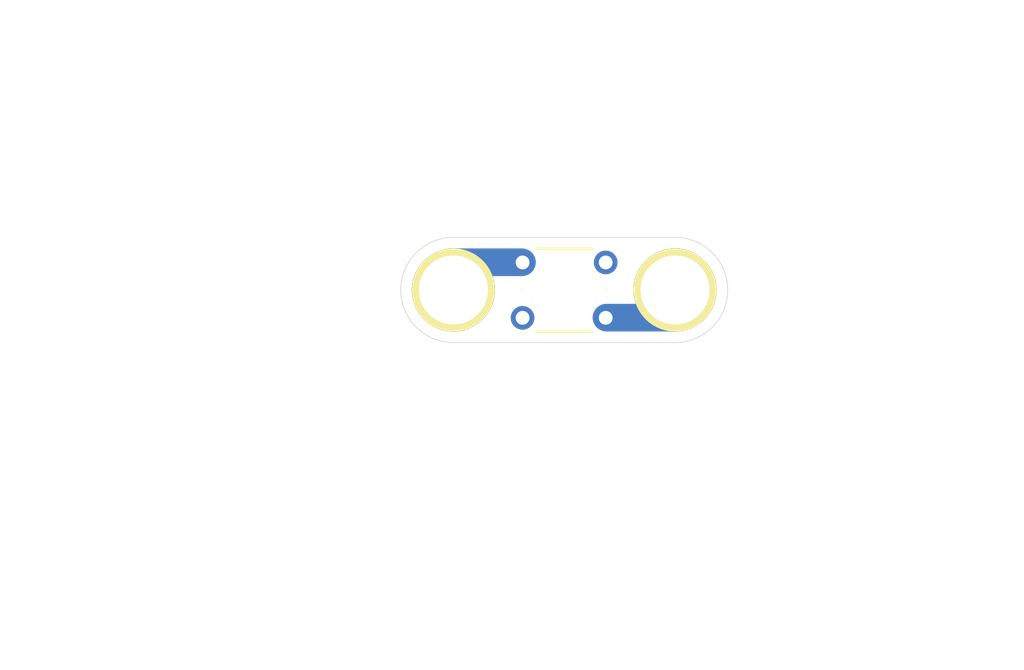
<source format=kicad_pcb>
(kicad_pcb (version 4) (host pcbnew 4.0.4+e1-6308~48~ubuntu16.04.1-stable)

  (general
    (links 0)
    (no_connects 0)
    (area 104.572999 74.854999 178.510001 123.265001)
    (thickness 1.6)
    (drawings 17)
    (tracks 0)
    (zones 0)
    (modules 1)
    (nets 1)
  )

  (page USLetter)
  (title_block
    (title "1x3 Momentary Pushbutton Module")
    (date "December 15, 2016")
    (rev 1.0)
    (company "All rights reserved.")
    (comment 1 help@browndoggadgets.com)
    (comment 2 http://browndoggadgets.com/)
    (comment 3 "Brown Dog Gadgets")
  )

  (layers
    (0 F.Cu signal)
    (31 B.Cu signal)
    (34 B.Paste user)
    (35 F.Paste user)
    (36 B.SilkS user)
    (37 F.SilkS user)
    (38 B.Mask user)
    (39 F.Mask user)
    (44 Edge.Cuts user)
    (46 B.CrtYd user)
    (47 F.CrtYd user)
    (48 B.Fab user)
    (49 F.Fab user)
  )

  (setup
    (last_trace_width 0.254)
    (user_trace_width 0.1524)
    (user_trace_width 0.254)
    (user_trace_width 0.3302)
    (user_trace_width 0.508)
    (user_trace_width 0.762)
    (user_trace_width 1.27)
    (trace_clearance 0.254)
    (zone_clearance 0.508)
    (zone_45_only no)
    (trace_min 0.1524)
    (segment_width 0.1524)
    (edge_width 0.1524)
    (via_size 0.6858)
    (via_drill 0.3302)
    (via_min_size 0.6858)
    (via_min_drill 0.3302)
    (user_via 0.6858 0.3302)
    (user_via 0.762 0.4064)
    (user_via 0.8636 0.508)
    (uvia_size 0.6858)
    (uvia_drill 0.3302)
    (uvias_allowed no)
    (uvia_min_size 0)
    (uvia_min_drill 0)
    (pcb_text_width 0.1524)
    (pcb_text_size 1.016 1.016)
    (mod_edge_width 0.1524)
    (mod_text_size 1.016 1.016)
    (mod_text_width 0.1524)
    (pad_size 1.524 1.524)
    (pad_drill 0.762)
    (pad_to_mask_clearance 0.0762)
    (solder_mask_min_width 0.1016)
    (pad_to_paste_clearance -0.0762)
    (aux_axis_origin 0 0)
    (visible_elements FFFEDF7D)
    (pcbplotparams
      (layerselection 0x310fc_80000001)
      (usegerberextensions true)
      (excludeedgelayer true)
      (linewidth 0.100000)
      (plotframeref false)
      (viasonmask false)
      (mode 1)
      (useauxorigin false)
      (hpglpennumber 1)
      (hpglpenspeed 20)
      (hpglpendiameter 15)
      (hpglpenoverlay 2)
      (psnegative false)
      (psa4output false)
      (plotreference true)
      (plotvalue true)
      (plotinvisibletext false)
      (padsonsilk false)
      (subtractmaskfromsilk false)
      (outputformat 1)
      (mirror false)
      (drillshape 0)
      (scaleselection 1)
      (outputdirectory gerbers))
  )

  (net 0 "")

  (net_class Default "This is the default net class."
    (clearance 0.254)
    (trace_width 0.254)
    (via_dia 0.6858)
    (via_drill 0.3302)
    (uvia_dia 0.6858)
    (uvia_drill 0.3302)
  )

  (module Rewire_Circuits:BUTTON-1x3-TH-OMRON-B3F-1XXX (layer F.Cu) (tedit 58124F3B) (tstamp 58532756)
    (at 137.3 95.8)
    (descr "BUTTON 1x3 TH OMRON B3F-1XXX")
    (tags "Omron B3F-10xx")
    (fp_text reference SW1 (at 8.05 0.15) (layer F.Fab)
      (effects (font (size 1 1) (thickness 0.15)))
    )
    (fp_text value Pushbutton (at 7.55 -4.6 180) (layer F.Fab) hide
      (effects (font (size 1 1) (thickness 0.15)))
    )
    (fp_line (start 16 3.8) (end 0 3.8) (layer F.Fab) (width 0.05))
    (fp_line (start 0 -3.8) (end 16 -3.8) (layer F.Fab) (width 0.05))
    (fp_arc (start 0 0) (end 0 3.8) (angle 180) (layer F.Fab) (width 0.05))
    (fp_line (start 4.95 -2) (end 0 -2) (layer B.Cu) (width 2))
    (fp_line (start 5.9934 3.0142) (end 9.9934 3.0142) (layer F.SilkS) (width 0.15))
    (fp_line (start 5.9934 -2.9858) (end 9.9934 -2.9858) (layer F.SilkS) (width 0.15))
    (fp_line (start 4.9934 0.0142) (end 4.9934 0.0142) (layer F.SilkS) (width 0))
    (fp_line (start 9.9934 3.0142) (end 5.9934 3.0142) (layer F.SilkS) (width 0))
    (fp_line (start 9.9934 -2.9858) (end 5.9934 -2.9858) (layer F.SilkS) (width 0))
    (fp_line (start 10.9934 0.0142) (end 10.9934 0.0142) (layer F.SilkS) (width 0))
    (fp_circle (center 7.9934 0.0142) (end 8.9934 1.0142) (layer F.SilkS) (width 0))
    (fp_line (start 16 2) (end 11.05 2) (layer B.Cu) (width 2))
    (fp_arc (start 16 0) (end 16 -3.8) (angle 180) (layer F.Fab) (width 0.05))
    (fp_arc (start 16 0) (end 16 -3.8) (angle 180) (layer Edge.Cuts) (width 0.05))
    (fp_line (start 16 3.8) (end 0 3.8) (layer Edge.Cuts) (width 0.05))
    (fp_line (start 0 -3.8) (end 16 -3.8) (layer Edge.Cuts) (width 0.05))
    (fp_arc (start 0 0) (end 0 3.8) (angle 180) (layer Edge.Cuts) (width 0.05))
    (pad 2 thru_hole circle (at 10.9934 2.0142) (size 1.7 1.7) (drill 1) (layers *.Cu *.Mask))
    (pad 2 thru_hole circle (at 4.9934 2.0142) (size 1.7 1.7) (drill 1) (layers *.Cu *.Mask))
    (pad 1 thru_hole circle (at 10.9934 -1.9858) (size 1.7 1.7) (drill 1) (layers *.Cu *.Mask))
    (pad 1 thru_hole circle (at 4.9934 -1.9858) (size 1.7 1.7) (drill 1) (layers *.Cu *.Mask))
    (pad "" np_thru_hole circle (at 8 0) (size 4.88 4.88) (drill 4.98) (layers *.Cu *.Mask F.SilkS))
    (pad 1 thru_hole circle (at 0 0) (size 6 6) (drill 4.98) (layers *.Cu *.Mask F.SilkS))
    (pad 2 thru_hole circle (at 16 0) (size 6 6) (drill 4.98) (layers *.Cu *.Mask F.SilkS))
  )

  (gr_circle (center 117.348 76.962) (end 118.618 76.962) (layer Dwgs.User) (width 0.15))
  (gr_line (start 114.427 78.994) (end 114.427 74.93) (angle 90) (layer Dwgs.User) (width 0.15))
  (gr_line (start 120.269 78.994) (end 114.427 78.994) (angle 90) (layer Dwgs.User) (width 0.15))
  (gr_line (start 120.269 74.93) (end 120.269 78.994) (angle 90) (layer Dwgs.User) (width 0.15))
  (gr_line (start 114.427 74.93) (end 120.269 74.93) (angle 90) (layer Dwgs.User) (width 0.15))
  (gr_line (start 120.523 93.98) (end 104.648 93.98) (angle 90) (layer Dwgs.User) (width 0.15))
  (gr_line (start 173.355 102.235) (end 173.355 94.615) (angle 90) (layer Dwgs.User) (width 0.15))
  (gr_line (start 178.435 102.235) (end 173.355 102.235) (angle 90) (layer Dwgs.User) (width 0.15))
  (gr_line (start 178.435 94.615) (end 178.435 102.235) (angle 90) (layer Dwgs.User) (width 0.15))
  (gr_line (start 173.355 94.615) (end 178.435 94.615) (angle 90) (layer Dwgs.User) (width 0.15))
  (gr_line (start 109.093 123.19) (end 109.093 114.3) (angle 90) (layer Dwgs.User) (width 0.15))
  (gr_line (start 122.428 123.19) (end 109.093 123.19) (angle 90) (layer Dwgs.User) (width 0.15))
  (gr_line (start 122.428 114.3) (end 122.428 123.19) (angle 90) (layer Dwgs.User) (width 0.15))
  (gr_line (start 109.093 114.3) (end 122.428 114.3) (angle 90) (layer Dwgs.User) (width 0.15))
  (gr_line (start 104.648 93.98) (end 104.648 82.55) (angle 90) (layer Dwgs.User) (width 0.15))
  (gr_line (start 120.523 82.55) (end 120.523 93.98) (angle 90) (layer Dwgs.User) (width 0.15))
  (gr_line (start 104.648 82.55) (end 120.523 82.55) (angle 90) (layer Dwgs.User) (width 0.15))

)

</source>
